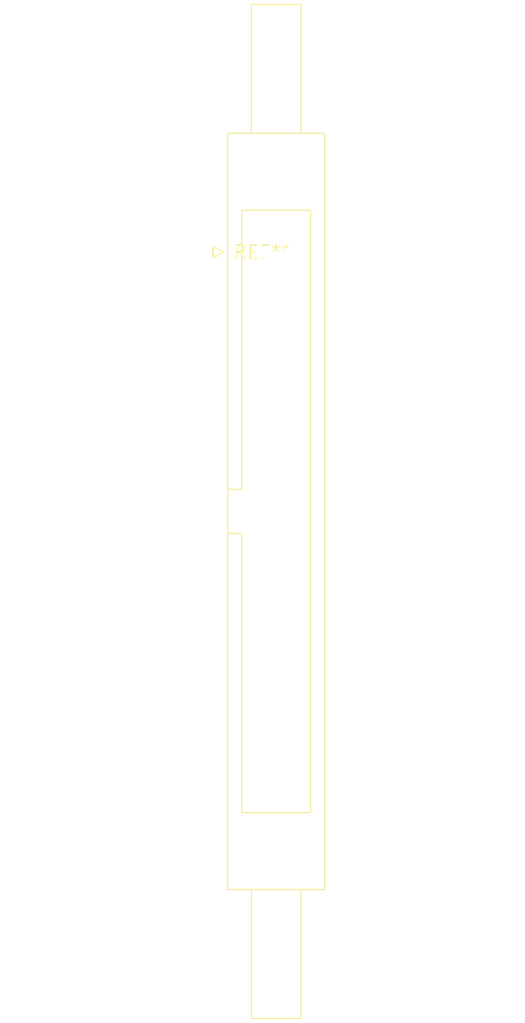
<source format=kicad_pcb>
(kicad_pcb (version 20240108) (generator pcbnew)
  (layers (0 "F.Cu" signal) (31 "B.Cu" signal) (34 "B.Paste" user) (35 "F.Paste" user) (36 "B.SilkS" user "B.Silkscreen") (37 "F.SilkS" user "F.Silkscreen") (38 "B.Mask" user) (39 "F.Mask" user) (44 "Edge.Cuts" user))
  (net 0 "")
  (footprint "IDC-Header_2x20_P2.54mm_Latch12.0mm_Vertical" (layer "F.Cu") (at 0 0)
    (property "Reference" "REF**")
    (property "Value" "IDC-Header_2x20_P2.54mm_Latch12.0mm_Vertical")
    (fp_line (start -4.63 -0.5) (end -4.63 0.5) (layer "F.SilkS") (stroke (width 0.12)))
    (fp_line (start -4.63 0.5) (end -3.63 0) (layer "F.SilkS") (stroke (width 0.12)))
    (fp_line (start -3.63 0) (end -4.63 -0.5) (layer "F.SilkS") (stroke (width 0.12)))
    (fp_line (start -3.24 -11.08) (end 5.78 -11.08) (layer "F.SilkS") (stroke (width 0.12)))
    (fp_line (start -3.24 22.08) (end -1.93 22.08) (layer "F.SilkS") (stroke (width 0.12)))
    (fp_line (start -3.24 59.34) (end -3.24 -11.08) (layer "F.SilkS") (stroke (width 0.12)))
    (fp_line (start -1.93 -3.92) (end 4.47 -3.92) (layer "F.SilkS") (stroke (width 0.12)))
    (fp_line (start -1.93 22.08) (end -1.93 -3.92) (layer "F.SilkS") (stroke (width 0.12)))
    (fp_line (start -1.93 26.18) (end -3.24 26.18) (layer "F.SilkS") (stroke (width 0.12)))
    (fp_line (start -1.93 26.18) (end -1.93 26.18) (layer "F.SilkS") (stroke (width 0.12)))
    (fp_line (start -1.93 52.18) (end -1.93 26.18) (layer "F.SilkS") (stroke (width 0.12)))
    (fp_line (start -1.04 -23.08) (end 3.58 -23.08) (layer "F.SilkS") (stroke (width 0.12)))
    (fp_line (start -1.04 -11.08) (end -1.04 -23.08) (layer "F.SilkS") (stroke (width 0.12)))
    (fp_line (start -1.04 59.34) (end -1.04 71.34) (layer "F.SilkS") (stroke (width 0.12)))
    (fp_line (start -1.04 71.34) (end 3.58 71.34) (layer "F.SilkS") (stroke (width 0.12)))
    (fp_line (start 3.58 -23.08) (end 3.58 -11.08) (layer "F.SilkS") (stroke (width 0.12)))
    (fp_line (start 3.58 71.34) (end 3.58 59.34) (layer "F.SilkS") (stroke (width 0.12)))
    (fp_line (start 4.47 -3.92) (end 4.47 52.18) (layer "F.SilkS") (stroke (width 0.12)))
    (fp_line (start 4.47 52.18) (end -1.93 52.18) (layer "F.SilkS") (stroke (width 0.12)))
    (fp_line (start 5.78 -11.08) (end 5.78 59.34) (layer "F.SilkS") (stroke (width 0.12)))
    (fp_line (start 5.78 59.34) (end -3.24 59.34) (layer "F.SilkS") (stroke (width 0.12)))
    (pad "1" thru_hole roundrect (at 0 0) (size 1.7 1.7) (drill 1) (layers *.Cu *.Mask) (remove_unused_layers) (roundrect_rratio 0.147059))
    (pad "2" thru_hole circle (at 2.54 0) (size 1.7 1.7) (drill 1) (layers *.Cu *.Mask) (remove_unused_layers))
    (pad "3" thru_hole circle (at 0 2.54) (size 1.7 1.7) (drill 1) (layers *.Cu *.Mask) (remove_unused_layers))
    (pad "4" thru_hole circle (at 2.54 2.54) (size 1.7 1.7) (drill 1) (layers *.Cu *.Mask) (remove_unused_layers))
    (pad "5" thru_hole circle (at 0 5.08) (size 1.7 1.7) (drill 1) (layers *.Cu *.Mask) (remove_unused_layers))
    (pad "6" thru_hole circle (at 2.54 5.08) (size 1.7 1.7) (drill 1) (layers *.Cu *.Mask) (remove_unused_layers))
    (pad "7" thru_hole circle (at 0 7.62) (size 1.7 1.7) (drill 1) (layers *.Cu *.Mask) (remove_unused_layers))
    (pad "8" thru_hole circle (at 2.54 7.62) (size 1.7 1.7) (drill 1) (layers *.Cu *.Mask) (remove_unused_layers))
    (pad "9" thru_hole circle (at 0 10.16) (size 1.7 1.7) (drill 1) (layers *.Cu *.Mask) (remove_unused_layers))
    (pad "10" thru_hole circle (at 2.54 10.16) (size 1.7 1.7) (drill 1) (layers *.Cu *.Mask) (remove_unused_layers))
    (pad "11" thru_hole circle (at 0 12.7) (size 1.7 1.7) (drill 1) (layers *.Cu *.Mask) (remove_unused_layers))
    (pad "12" thru_hole circle (at 2.54 12.7) (size 1.7 1.7) (drill 1) (layers *.Cu *.Mask) (remove_unused_layers))
    (pad "13" thru_hole circle (at 0 15.24) (size 1.7 1.7) (drill 1) (layers *.Cu *.Mask) (remove_unused_layers))
    (pad "14" thru_hole circle (at 2.54 15.24) (size 1.7 1.7) (drill 1) (layers *.Cu *.Mask) (remove_unused_layers))
    (pad "15" thru_hole circle (at 0 17.78) (size 1.7 1.7) (drill 1) (layers *.Cu *.Mask) (remove_unused_layers))
    (pad "16" thru_hole circle (at 2.54 17.78) (size 1.7 1.7) (drill 1) (layers *.Cu *.Mask) (remove_unused_layers))
    (pad "17" thru_hole circle (at 0 20.32) (size 1.7 1.7) (drill 1) (layers *.Cu *.Mask) (remove_unused_layers))
    (pad "18" thru_hole circle (at 2.54 20.32) (size 1.7 1.7) (drill 1) (layers *.Cu *.Mask) (remove_unused_layers))
    (pad "19" thru_hole circle (at 0 22.86) (size 1.7 1.7) (drill 1) (layers *.Cu *.Mask) (remove_unused_layers))
    (pad "20" thru_hole circle (at 2.54 22.86) (size 1.7 1.7) (drill 1) (layers *.Cu *.Mask) (remove_unused_layers))
    (pad "21" thru_hole circle (at 0 25.4) (size 1.7 1.7) (drill 1) (layers *.Cu *.Mask) (remove_unused_layers))
    (pad "22" thru_hole circle (at 2.54 25.4) (size 1.7 1.7) (drill 1) (layers *.Cu *.Mask) (remove_unused_layers))
    (pad "23" thru_hole circle (at 0 27.94) (size 1.7 1.7) (drill 1) (layers *.Cu *.Mask) (remove_unused_layers))
    (pad "24" thru_hole circle (at 2.54 27.94) (size 1.7 1.7) (drill 1) (layers *.Cu *.Mask) (remove_unused_layers))
    (pad "25" thru_hole circle (at 0 30.48) (size 1.7 1.7) (drill 1) (layers *.Cu *.Mask) (remove_unused_layers))
    (pad "26" thru_hole circle (at 2.54 30.48) (size 1.7 1.7) (drill 1) (layers *.Cu *.Mask) (remove_unused_layers))
    (pad "27" thru_hole circle (at 0 33.02) (size 1.7 1.7) (drill 1) (layers *.Cu *.Mask) (remove_unused_layers))
    (pad "28" thru_hole circle (at 2.54 33.02) (size 1.7 1.7) (drill 1) (layers *.Cu *.Mask) (remove_unused_layers))
    (pad "29" thru_hole circle (at 0 35.56) (size 1.7 1.7) (drill 1) (layers *.Cu *.Mask) (remove_unused_layers))
    (pad "30" thru_hole circle (at 2.54 35.56) (size 1.7 1.7) (drill 1) (layers *.Cu *.Mask) (remove_unused_layers))
    (pad "31" thru_hole circle (at 0 38.1) (size 1.7 1.7) (drill 1) (layers *.Cu *.Mask) (remove_unused_layers))
    (pad "32" thru_hole circle (at 2.54 38.1) (size 1.7 1.7) (drill 1) (layers *.Cu *.Mask) (remove_unused_layers))
    (pad "33" thru_hole circle (at 0 40.64) (size 1.7 1.7) (drill 1) (layers *.Cu *.Mask) (remove_unused_layers))
    (pad "34" thru_hole circle (at 2.54 40.64) (size 1.7 1.7) (drill 1) (layers *.Cu *.Mask) (remove_unused_layers))
    (pad "35" thru_hole circle (at 0 43.18) (size 1.7 1.7) (drill 1) (layers *.Cu *.Mask) (remove_unused_layers))
    (pad "36" thru_hole circle (at 2.54 43.18) (size 1.7 1.7) (drill 1) (layers *.Cu *.Mask) (remove_unused_layers))
    (pad "37" thru_hole circle (at 0 45.72) (size 1.7 1.7) (drill 1) (layers *.Cu *.Mask) (remove_unused_layers))
    (pad "38" thru_hole circle (at 2.54 45.72) (size 1.7 1.7) (drill 1) (layers *.Cu *.Mask) (remove_unused_layers))
    (pad "39" thru_hole circle (at 0 48.26) (size 1.7 1.7) (drill 1) (layers *.Cu *.Mask) (remove_unused_layers))
    (pad "40" thru_hole circle (at 2.54 48.26) (size 1.7 1.7) (drill 1) (layers *.Cu *.Mask) (remove_unused_layers))
  )
)
</source>
